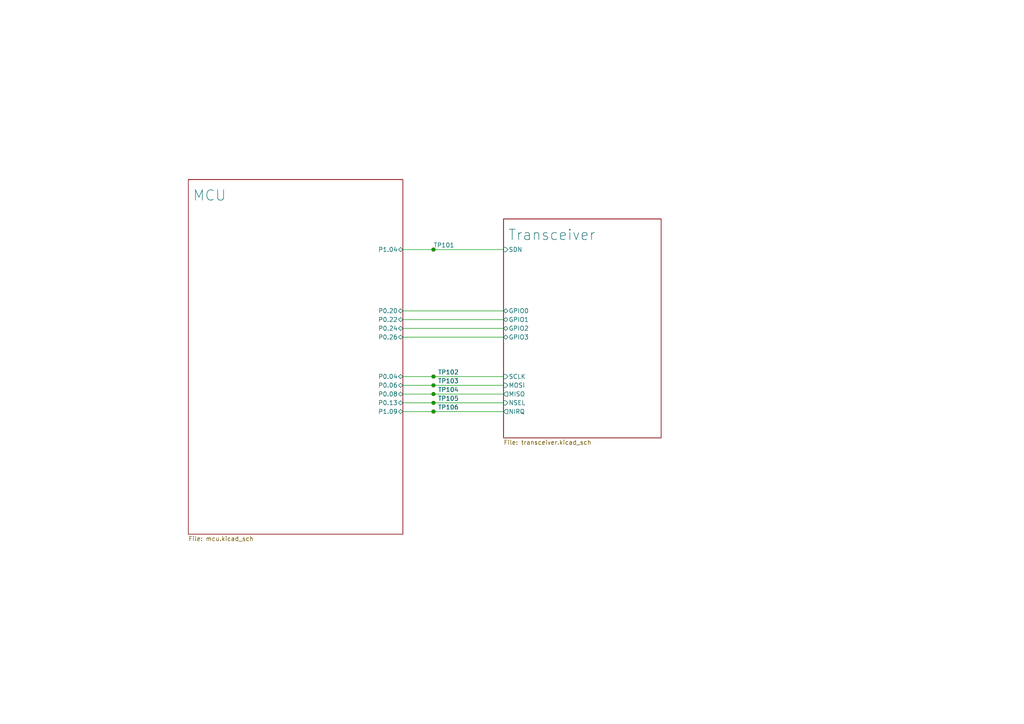
<source format=kicad_sch>
(kicad_sch (version 20211123) (generator eeschema)
  (paper "A4")
  (title_block (title "BNW Lemonbeat Donlge") (date "21.10.2022") (rev "0.1.0"))
  (lib_symbols
    (symbol "Connector:TestPoint_Small" (pin_numbers hide) (pin_names (offset 0.762) hide)
      (property "Reference" "TP" (at 0 3.81 0))
      (property "Value" "TestPoint_Small" (at 0 2.032 0))
      (symbol "TestPoint_Small_0_1"
        (circle (center 0 0) (radius 0.508))
      )
      (symbol "TestPoint_Small_1_1"
        (pin passive line (at 0 0 90) (length 0) (name "1") (number "1"))
      )
    )
  )
  (junction (at 125.73 114.3))
  (junction (at 125.73 116.84))
  (junction (at 125.73 111.76))
  (junction (at 125.73 72.39))
  (junction (at 125.73 109.22))
  (junction (at 125.73 119.38))
  (wire (pts (xy 116.84 97.79) (xy 146.05 97.79)))
  (wire (pts (xy 125.73 114.3) (xy 146.05 114.3)))
  (wire (pts (xy 116.84 116.84) (xy 125.73 116.84)))
  (wire (pts (xy 125.73 116.84) (xy 146.05 116.84)))
  (wire (pts (xy 125.73 72.39) (xy 146.05 72.39)))
  (wire (pts (xy 116.84 114.3) (xy 125.73 114.3)))
  (wire (pts (xy 116.84 92.71) (xy 146.05 92.71)))
  (wire (pts (xy 116.84 90.17) (xy 146.05 90.17)))
  (wire (pts (xy 116.84 95.25) (xy 146.05 95.25)))
  (wire (pts (xy 125.73 109.22) (xy 146.05 109.22)))
  (wire (pts (xy 116.84 72.39) (xy 125.73 72.39)))
  (wire (pts (xy 125.73 111.76) (xy 146.05 111.76)))
  (wire (pts (xy 125.73 119.38) (xy 146.05 119.38)))
  (wire (pts (xy 116.84 109.22) (xy 125.73 109.22)))
  (wire (pts (xy 116.84 111.76) (xy 125.73 111.76)))
  (wire (pts (xy 116.84 119.38) (xy 125.73 119.38)))
  (symbol (lib_id "Connector:TestPoint_Small") (at 125.73 116.84 0) (unit 1)
    (property "Reference" "TP105" (at 127 115.57 0) (effects (justify left)))
    (property "Value" "TestPoint_Small" (effects hide))
    (property "Footprint" "TestPoint:TestPoint_Pad_D1.0mm" (effects hide))
  )
  (symbol (lib_id "Connector:TestPoint_Small") (at 125.73 109.22 0) (unit 1)
    (property "Reference" "TP102" (at 127 107.95 0) (effects (justify left)))
    (property "Value" "TestPoint_Small" (effects hide))
    (property "Footprint" "TestPoint:TestPoint_Pad_D1.0mm" (effects hide))
  )
  (symbol (lib_id "Connector:TestPoint_Small") (at 125.73 111.76 0) (unit 1)
    (property "Reference" "TP103" (at 127 110.49 0) (effects (justify left)))
    (property "Value" "TestPoint_Small" (effects hide))
    (property "Footprint" "TestPoint:TestPoint_Pad_D1.0mm" (effects hide))
  )
  (symbol (lib_id "Connector:TestPoint_Small") (at 125.73 114.3 0) (unit 1)
    (property "Reference" "TP104" (at 127 113.03 0) (effects (justify left)))
    (property "Value" "TestPoint_Small" (effects hide))
    (property "Footprint" "TestPoint:TestPoint_Pad_D1.0mm" (effects hide))
  )
  (symbol (lib_id "Connector:TestPoint_Small") (at 125.73 72.39 0) (unit 1)
    (property "Reference" "TP101" (at 125.73 71.12 0) (effects (justify left)))
    (property "Value" "TestPoint_Small" (effects hide))
    (property "Footprint" "TestPoint:TestPoint_Pad_D1.0mm" (effects hide))
  )
  (symbol (lib_id "Connector:TestPoint_Small") (at 125.73 119.38 0) (unit 1)
    (property "Reference" "TP106" (at 127 118.11 0) (effects (justify left)))
    (property "Value" "TestPoint_Small" (effects hide))
    (property "Footprint" "TestPoint:TestPoint_Pad_D1.0mm" (effects hide))
  )
  (sheet (at 54.61 52.07) (size 62.23 102.87) (stroke (width 0.1524))
    (property "Sheet name" "MCU" (at 55.88 58.42 0) (effects (font (size 3 3)) (justify left bottom)))
    (property "Sheet file" "mcu.kicad_sch" (at 54.61 155.5246 0) (effects (justify left top)))
    (pin "P0.26" bidirectional (at 116.84 97.79 0))
    (pin "P0.04" bidirectional (at 116.84 109.22 0))
    (pin "P1.04" bidirectional (at 116.84 72.39 0))
    (pin "P0.22" bidirectional (at 116.84 92.71 0))
    (pin "P0.20" bidirectional (at 116.84 90.17 0))
    (pin "P1.09" bidirectional (at 116.84 119.38 0))
    (pin "P0.13" bidirectional (at 116.84 116.84 0))
    (pin "P0.24" bidirectional (at 116.84 95.25 0))
    (pin "P0.06" bidirectional (at 116.84 111.76 0))
    (pin "P0.08" bidirectional (at 116.84 114.3 0))
  )
  (sheet (at 146.05 63.5) (size 45.72 63.5) (stroke (width 0.1524))
    (property "Sheet name" "Transceiver" (at 147.32 69.85 0) (effects (font (size 3 3)) (justify left bottom)))
    (property "Sheet file" "transceiver.kicad_sch" (at 146.05 127.5846 0) (effects (justify left top)))
    (pin "GPIO0" bidirectional (at 146.05 90.17 180))
    (pin "GPIO1" bidirectional (at 146.05 92.71 180))
    (pin "GPIO2" bidirectional (at 146.05 95.25 180))
    (pin "GPIO3" bidirectional (at 146.05 97.79 180))
    (pin "SCLK" input (at 146.05 109.22 180))
    (pin "MOSI" input (at 146.05 111.76 180))
    (pin "MISO" output (at 146.05 114.3 180))
    (pin "NSEL" input (at 146.05 116.84 180))
    (pin "NIRQ" output (at 146.05 119.38 180))
    (pin "SDN" input (at 146.05 72.39 180))
  )
)
</source>
